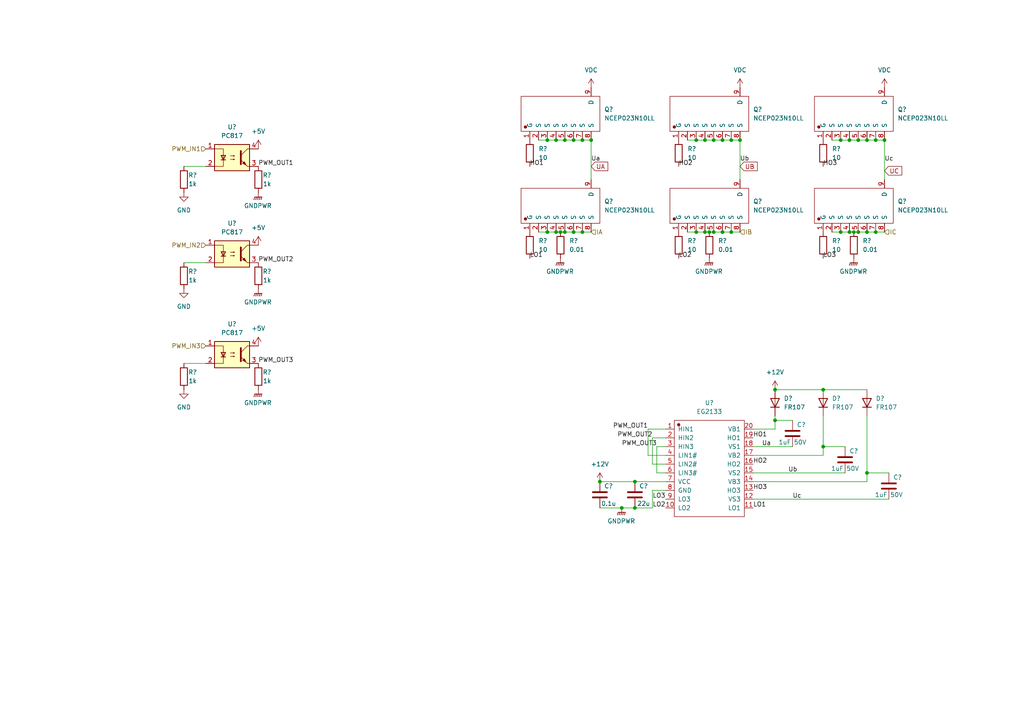
<source format=kicad_sch>
(kicad_sch (version 20230121) (generator eeschema)
  (paper "A4")
  (lib_symbols
    (symbol "Device:C" (pin_numbers hide) (pin_names (offset 0.254))
      (property "Reference" "C" (at 0.635 2.54 0))
      (property "Value" "C" (at 0.635 -2.54 0))
      (symbol "C_0_1"
        (polyline (pts (xy -2.032 -0.762) (xy 2.032 -0.762)) (stroke (width 0.508)))
        (polyline (pts (xy -2.032 0.762) (xy 2.032 0.762)) (stroke (width 0.508)))
      )
      (symbol "C_1_1"
        (pin passive line (at 0 3.81 270) (length 2.794) (name "~") (number "1"))
        (pin passive line (at 0 -3.81 90) (length 2.794) (name "~") (number "2"))
      )
    )
    (symbol "Device:D" (pin_numbers hide) (pin_names (offset 1.016) hide)
      (property "Reference" "D" (at 0 2.54 0))
      (property "Value" "D" (at 0 -2.54 0))
      (symbol "D_0_1"
        (polyline (pts (xy -1.27 1.27) (xy -1.27 -1.27)) (stroke (width 0.254)))
        (polyline (pts (xy 1.27 0) (xy -1.27 0)))
        (polyline (pts (xy 1.27 1.27) (xy 1.27 -1.27) (xy -1.27 0) (xy 1.27 1.27)) (stroke (width 0.254)))
      )
      (symbol "D_1_1"
        (pin passive line (at -3.81 0 0) (length 2.54) (name "K") (number "1"))
        (pin passive line (at 3.81 0 180) (length 2.54) (name "A") (number "2"))
      )
    )
    (symbol "Device:R" (pin_numbers hide) (pin_names (offset 0))
      (property "Reference" "R" (at 2.032 0 90))
      (property "Value" "R" (at 0 0 90))
      (symbol "R_0_1"
        (rectangle (start -1.016 -2.54) (end 1.016 2.54) (stroke (width 0.254)))
      )
      (symbol "R_1_1"
        (pin passive line (at 0 3.81 270) (length 1.27) (name "~") (number "1"))
        (pin passive line (at 0 -3.81 90) (length 1.27) (name "~") (number "2"))
      )
    )
    (symbol "Driver_FET:EG2133" (pin_names (offset 1.016))
      (property "Reference" "U" (at 0 16.5862 0))
      (property "Value" "EG2133" (at 0 21.6662 0))
      (symbol "EG2133_1_1"
        (rectangle (start -10.16 13.97) (end 10.16 -13.97) (stroke (width 0.1524)))
        (circle (center -8.89 12.7) (radius 0.381) (stroke (width 0.1524)) (fill (type outline)))
        (pin input line (at -12.7 11.43 0) (length 2.54) (name "HIN1") (number "1"))
        (pin input line (at -12.7 -11.43 0) (length 2.54) (name "LO2") (number "10"))
        (pin input line (at 12.7 -11.43 180) (length 2.54) (name "LO1") (number "11"))
        (pin input line (at 12.7 -8.89 180) (length 2.54) (name "VS3") (number "12"))
        (pin input line (at 12.7 -6.35 180) (length 2.54) (name "HO3") (number "13"))
        (pin input line (at 12.7 -3.81 180) (length 2.54) (name "VB3") (number "14"))
        (pin input line (at 12.7 -1.27 180) (length 2.54) (name "VS2") (number "15"))
        (pin input line (at 12.7 1.27 180) (length 2.54) (name "HO2") (number "16"))
        (pin input line (at 12.7 3.81 180) (length 2.54) (name "VB2") (number "17"))
        (pin input line (at 12.7 6.35 180) (length 2.54) (name "VS1") (number "18"))
        (pin input line (at 12.7 8.89 180) (length 2.54) (name "HO1") (number "19"))
        (pin input line (at -12.7 8.89 0) (length 2.54) (name "HIN2") (number "2"))
        (pin input line (at 12.7 11.43 180) (length 2.54) (name "VB1") (number "20"))
        (pin input line (at -12.7 6.35 0) (length 2.54) (name "HIN3") (number "3"))
        (pin input line (at -12.7 3.81 0) (length 2.54) (name "LIN1#") (number "4"))
        (pin input line (at -12.7 1.27 0) (length 2.54) (name "LIN2#") (number "5"))
        (pin input line (at -12.7 -1.27 0) (length 2.54) (name "LIN3#") (number "6"))
        (pin input line (at -12.7 -3.81 0) (length 2.54) (name "VCC") (number "7"))
        (pin input line (at -12.7 -6.35 0) (length 2.54) (name "GND") (number "8"))
        (pin input line (at -12.7 -8.89 0) (length 2.54) (name "LO3") (number "9"))
      )
    )
    (symbol "Isolator:PC817" (pin_names (offset 1.016))
      (property "Reference" "U" (at -5.08 5.08 0))
      (property "Value" "PC817" (at 0 5.08 0))
      (symbol "PC817_0_1"
        (rectangle (start -5.08 3.81) (end 5.08 -3.81) (stroke (width 0.254)) (fill (type background)))
        (polyline (pts (xy -3.175 -0.635) (xy -1.905 -0.635)) (stroke (width 0.254)))
        (polyline (pts (xy 2.54 0.635) (xy 4.445 2.54)))
        (polyline (pts (xy 4.445 -2.54) (xy 2.54 -0.635)) (fill (type outline)))
        (polyline (pts (xy 4.445 -2.54) (xy 5.08 -2.54)))
        (polyline (pts (xy 4.445 2.54) (xy 5.08 2.54)))
        (polyline (pts (xy -5.08 2.54) (xy -2.54 2.54) (xy -2.54 -0.635)))
        (polyline (pts (xy -2.54 -0.635) (xy -2.54 -2.54) (xy -5.08 -2.54)))
        (polyline (pts (xy 2.54 1.905) (xy 2.54 -1.905) (xy 2.54 -1.905)) (stroke (width 0.508)))
        (polyline (pts (xy -2.54 -0.635) (xy -3.175 0.635) (xy -1.905 0.635) (xy -2.54 -0.635)) (stroke (width 0.254)))
        (polyline (pts (xy -0.508 -0.508) (xy 0.762 -0.508) (xy 0.381 -0.635) (xy 0.381 -0.381) (xy 0.762 -0.508)))
        (polyline (pts (xy -0.508 0.508) (xy 0.762 0.508) (xy 0.381 0.381) (xy 0.381 0.635) (xy 0.762 0.508)))
        (polyline (pts (xy 3.048 -1.651) (xy 3.556 -1.143) (xy 4.064 -2.159) (xy 3.048 -1.651) (xy 3.048 -1.651)) (fill (type outline)))
      )
      (symbol "PC817_1_1"
        (pin passive line (at -7.62 2.54 0) (length 2.54) (name "~") (number "1"))
        (pin passive line (at -7.62 -2.54 0) (length 2.54) (name "~") (number "2"))
        (pin passive line (at 7.62 -2.54 180) (length 2.54) (name "~") (number "3"))
        (pin passive line (at 7.62 2.54 180) (length 2.54) (name "~") (number "4"))
      )
    )
    (symbol "Transistor_FET:NCEP023N10LL" (pin_names (offset 1.016))
      (property "Reference" "Q" (at 0 15.3162 0))
      (property "Value" "NCEP023N10LL" (at 0 20.3962 0))
      (symbol "NCEP023N10LL_1_1"
        (rectangle (start -3.81 12.7) (end 6.35 -10.16) (stroke (width 0.1524)))
        (circle (center -2.54 11.43) (radius 0.381) (stroke (width 0.1524)) (fill (type outline)))
        (pin input line (at -6.35 10.16 0) (length 2.54) (name "G") (number "1"))
        (pin input line (at -6.35 7.62 0) (length 2.54) (name "S") (number "2"))
        (pin input line (at -6.35 5.08 0) (length 2.54) (name "S") (number "3"))
        (pin input line (at -6.35 2.54 0) (length 2.54) (name "S") (number "4"))
        (pin input line (at -6.35 0 0) (length 2.54) (name "S") (number "5"))
        (pin input line (at -6.35 -2.54 0) (length 2.54) (name "S") (number "6"))
        (pin input line (at -6.35 -5.08 0) (length 2.54) (name "S") (number "7"))
        (pin input line (at -6.35 -7.62 0) (length 2.54) (name "S") (number "8"))
        (pin input line (at 8.89 -7.62 180) (length 2.54) (name "D") (number "9"))
      )
    )
    (symbol "power:+12V" (power) (pin_names (offset 0))
      (property "Value" "+12V" (at 0 3.556 0))
      (symbol "+12V_0_1"
        (polyline (pts (xy -0.762 1.27) (xy 0 2.54)))
        (polyline (pts (xy 0 0) (xy 0 2.54)))
        (polyline (pts (xy 0 2.54) (xy 0.762 1.27)))
      )
      (symbol "+12V_1_1"
        (pin power_in line (at 0 0 90) (length 0) hide (name "+12V") (number "1"))
      )
    )
    (symbol "power:+5V" (power) (pin_names (offset 0))
      (property "Value" "+5V" (at 0 3.556 0))
      (symbol "+5V_0_1"
        (polyline (pts (xy -0.762 1.27) (xy 0 2.54)))
        (polyline (pts (xy 0 0) (xy 0 2.54)))
        (polyline (pts (xy 0 2.54) (xy 0.762 1.27)))
      )
      (symbol "+5V_1_1"
        (pin power_in line (at 0 0 90) (length 0) hide (name "+5V") (number "1"))
      )
    )
    (symbol "power:GND" (power) (pin_names (offset 0))
      (property "Value" "GND" (at 0 -3.81 0))
      (symbol "GND_0_1"
        (polyline (pts (xy 0 0) (xy 0 -1.27) (xy 1.27 -1.27) (xy 0 -2.54) (xy -1.27 -1.27) (xy 0 -1.27)))
      )
      (symbol "GND_1_1"
        (pin power_in line (at 0 0 270) (length 0) hide (name "GND") (number "1"))
      )
    )
    (symbol "power:GNDPWR" (power) (pin_names (offset 0))
      (property "Value" "GNDPWR" (at 0 -3.302 0))
      (symbol "GNDPWR_0_1"
        (polyline (pts (xy 0 -1.27) (xy 0 0)))
        (polyline (pts (xy -1.016 -1.27) (xy -1.27 -2.032) (xy -1.27 -2.032)) (stroke (width 0.2032)))
        (polyline (pts (xy -0.508 -1.27) (xy -0.762 -2.032) (xy -0.762 -2.032)) (stroke (width 0.2032)))
        (polyline (pts (xy 0 -1.27) (xy -0.254 -2.032) (xy -0.254 -2.032)) (stroke (width 0.2032)))
        (polyline (pts (xy 0.508 -1.27) (xy 0.254 -2.032) (xy 0.254 -2.032)) (stroke (width 0.2032)))
        (polyline (pts (xy 1.016 -1.27) (xy -1.016 -1.27) (xy -1.016 -1.27)) (stroke (width 0.2032)))
        (polyline (pts (xy 1.016 -1.27) (xy 0.762 -2.032) (xy 0.762 -2.032) (xy 0.762 -2.032)) (stroke (width 0.2032)))
      )
      (symbol "GNDPWR_1_1"
        (pin power_in line (at 0 0 270) (length 0) hide (name "GNDPWR") (number "1"))
      )
    )
    (symbol "power:VDC" (power) (pin_names (offset 0))
      (property "Value" "VDC" (at 0 6.35 0))
      (symbol "VDC_0_1"
        (polyline (pts (xy -0.762 1.27) (xy 0 2.54)))
        (polyline (pts (xy 0 0) (xy 0 2.54)))
        (polyline (pts (xy 0 2.54) (xy 0.762 1.27)))
      )
      (symbol "VDC_1_1"
        (pin power_in line (at 0 0 90) (length 0) hide (name "VDC") (number "1"))
      )
    )
  )
  (junction (at 209.55 67.31))
  (junction (at 251.46 40.64))
  (junction (at 247.65 67.31))
  (junction (at 168.91 40.64))
  (junction (at 254 67.31))
  (junction (at 168.91 67.31))
  (junction (at 254 40.64))
  (junction (at 246.38 40.64))
  (junction (at 243.84 67.31))
  (junction (at 161.29 67.31))
  (junction (at 180.34 147.32))
  (junction (at 207.01 40.64))
  (junction (at 205.74 67.31))
  (junction (at 251.46 67.31))
  (junction (at 248.92 40.64))
  (junction (at 166.37 67.31))
  (junction (at 204.47 40.64))
  (junction (at 166.37 40.64))
  (junction (at 163.83 67.31))
  (junction (at 162.56 67.31))
  (junction (at 243.84 40.64))
  (junction (at 173.99 139.7))
  (junction (at 214.63 40.64))
  (junction (at 246.38 67.31))
  (junction (at 161.29 40.64))
  (junction (at 238.76 113.03))
  (junction (at 158.75 40.64))
  (junction (at 212.09 40.64))
  (junction (at 201.93 67.31))
  (junction (at 158.75 67.31))
  (junction (at 248.92 67.31))
  (junction (at 251.46 137.16))
  (junction (at 224.79 121.92))
  (junction (at 171.45 40.64))
  (junction (at 212.09 67.31))
  (junction (at 184.15 147.32))
  (junction (at 201.93 40.64))
  (junction (at 256.54 40.64))
  (junction (at 224.79 113.03))
  (junction (at 184.15 139.7))
  (junction (at 207.01 67.31))
  (junction (at 238.76 129.54))
  (junction (at 163.83 40.64))
  (junction (at 204.47 67.31))
  (junction (at 209.55 40.64))
  (wire (pts (xy 238.76 120.65) (xy 238.76 129.54)))
  (wire (pts (xy 243.84 40.64) (xy 246.38 40.64)))
  (wire (pts (xy 241.3 67.31) (xy 243.84 67.31)))
  (wire (pts (xy 251.46 137.16) (xy 251.46 139.7)))
  (wire (pts (xy 209.55 40.64) (xy 212.09 40.64)))
  (wire (pts (xy 224.79 121.92) (xy 224.79 124.46)))
  (wire (pts (xy 168.91 67.31) (xy 171.45 67.31)))
  (wire (pts (xy 184.15 139.7) (xy 193.04 139.7)))
  (wire (pts (xy 246.38 67.31) (xy 247.65 67.31)))
  (wire (pts (xy 224.79 113.03) (xy 238.76 113.03)))
  (wire (pts (xy 224.79 121.92) (xy 229.87 121.92)))
  (wire (pts (xy 243.84 67.31) (xy 246.38 67.31)))
  (wire (pts (xy 212.09 67.31) (xy 214.63 67.31)))
  (wire (pts (xy 207.01 40.64) (xy 209.55 40.64)))
  (wire (pts (xy 189.23 127) (xy 189.23 134.62)))
  (wire (pts (xy 189.23 147.32) (xy 184.15 147.32)))
  (wire (pts (xy 238.76 129.54) (xy 238.76 132.08)))
  (wire (pts (xy 158.75 40.64) (xy 161.29 40.64)))
  (wire (pts (xy 251.46 137.16) (xy 257.81 137.16)))
  (wire (pts (xy 214.63 40.64) (xy 214.63 52.07)))
  (wire (pts (xy 209.55 67.31) (xy 212.09 67.31)))
  (wire (pts (xy 156.21 40.64) (xy 158.75 40.64)))
  (wire (pts (xy 166.37 67.31) (xy 168.91 67.31)))
  (wire (pts (xy 238.76 132.08) (xy 218.44 132.08)))
  (wire (pts (xy 187.96 124.46) (xy 187.96 132.08)))
  (wire (pts (xy 251.46 120.65) (xy 251.46 137.16)))
  (wire (pts (xy 190.5 129.54) (xy 190.5 137.16)))
  (wire (pts (xy 205.74 67.31) (xy 207.01 67.31)))
  (wire (pts (xy 247.65 67.31) (xy 248.92 67.31)))
  (wire (pts (xy 161.29 67.31) (xy 162.56 67.31)))
  (wire (pts (xy 254 40.64) (xy 256.54 40.64)))
  (wire (pts (xy 224.79 124.46) (xy 218.44 124.46)))
  (wire (pts (xy 163.83 67.31) (xy 166.37 67.31)))
  (wire (pts (xy 251.46 139.7) (xy 218.44 139.7)))
  (wire (pts (xy 204.47 40.64) (xy 207.01 40.64)))
  (wire (pts (xy 224.79 120.65) (xy 224.79 121.92)))
  (wire (pts (xy 162.56 67.31) (xy 163.83 67.31)))
  (wire (pts (xy 238.76 129.54) (xy 245.11 129.54)))
  (wire (pts (xy 199.39 67.31) (xy 201.93 67.31)))
  (wire (pts (xy 248.92 67.31) (xy 251.46 67.31)))
  (wire (pts (xy 251.46 67.31) (xy 254 67.31)))
  (wire (pts (xy 53.34 76.2) (xy 59.69 76.2)))
  (wire (pts (xy 254 67.31) (xy 256.54 67.31)))
  (wire (pts (xy 187.96 132.08) (xy 193.04 132.08)))
  (wire (pts (xy 256.54 40.64) (xy 256.54 52.07)))
  (wire (pts (xy 204.47 67.31) (xy 205.74 67.31)))
  (wire (pts (xy 156.21 67.31) (xy 158.75 67.31)))
  (wire (pts (xy 193.04 129.54) (xy 190.5 129.54)))
  (wire (pts (xy 201.93 67.31) (xy 204.47 67.31)))
  (wire (pts (xy 218.44 144.78) (xy 257.81 144.78)))
  (wire (pts (xy 193.04 124.46) (xy 187.96 124.46)))
  (wire (pts (xy 161.29 40.64) (xy 163.83 40.64)))
  (wire (pts (xy 251.46 40.64) (xy 254 40.64)))
  (wire (pts (xy 173.99 147.32) (xy 180.34 147.32)))
  (wire (pts (xy 158.75 67.31) (xy 161.29 67.31)))
  (wire (pts (xy 168.91 40.64) (xy 171.45 40.64)))
  (wire (pts (xy 53.34 105.41) (xy 59.69 105.41)))
  (wire (pts (xy 180.34 147.32) (xy 184.15 147.32)))
  (wire (pts (xy 173.99 139.7) (xy 184.15 139.7)))
  (wire (pts (xy 238.76 113.03) (xy 251.46 113.03)))
  (wire (pts (xy 53.34 48.26) (xy 59.69 48.26)))
  (wire (pts (xy 193.04 142.24) (xy 189.23 142.24)))
  (wire (pts (xy 201.93 40.64) (xy 204.47 40.64)))
  (wire (pts (xy 241.3 40.64) (xy 243.84 40.64)))
  (wire (pts (xy 190.5 137.16) (xy 193.04 137.16)))
  (wire (pts (xy 212.09 40.64) (xy 214.63 40.64)))
  (wire (pts (xy 171.45 40.64) (xy 171.45 52.07)))
  (wire (pts (xy 199.39 40.64) (xy 201.93 40.64)))
  (wire (pts (xy 193.04 127) (xy 189.23 127)))
  (wire (pts (xy 189.23 134.62) (xy 193.04 134.62)))
  (wire (pts (xy 163.83 40.64) (xy 166.37 40.64)))
  (wire (pts (xy 218.44 129.54) (xy 229.87 129.54)))
  (wire (pts (xy 166.37 40.64) (xy 168.91 40.64)))
  (wire (pts (xy 245.11 137.16) (xy 218.44 137.16)))
  (wire (pts (xy 248.92 40.64) (xy 251.46 40.64)))
  (wire (pts (xy 189.23 142.24) (xy 189.23 147.32)))
  (wire (pts (xy 246.38 40.64) (xy 248.92 40.64)))
  (wire (pts (xy 207.01 67.31) (xy 209.55 67.31)))
  (label "Uc" (at 229.87 144.78 0))
  (label "HO2" (at 196.85 48.26 0))
  (label "Ua" (at 171.45 46.99 0))
  (label "LO2" (at 193.04 147.32 180))
  (label "Uc" (at 256.54 46.99 0))
  (label "LO1" (at 153.67 74.93 0))
  (label "HO3" (at 238.76 48.26 0))
  (label "LO1" (at 218.44 147.32 0))
  (label "LO3" (at 238.76 74.93 0))
  (label "PWM_OUT3" (at 74.93 105.41 0))
  (label "PWM_OUT2" (at 74.93 76.2 0))
  (label "Ua" (at 220.98 129.54 0))
  (label "Ub" (at 228.6 137.16 0))
  (label "PWM_OUT1" (at 187.96 124.46 180))
  (label "HO3" (at 218.44 142.24 0))
  (label "HO1" (at 153.67 48.26 0))
  (label "PWM_OUT1" (at 74.93 48.26 0))
  (label "LO2" (at 196.85 74.93 0))
  (label "HO2" (at 218.44 134.62 0))
  (label "LO3" (at 193.04 144.78 180))
  (label "PWM_OUT3" (at 190.5 129.54 180))
  (label "PWM_OUT2" (at 189.23 127 180))
  (label "Ub" (at 214.63 46.99 0))
  (label "HO1" (at 218.44 127 0))
  (global_label "UA" (shape input) (at 171.45 48.26 0) (property "Intersheetrefs" "${INTERSHEET_REFS}" (effects hide)))
  (global_label "UB" (shape input) (at 214.63 48.26 0) (property "Intersheetrefs" "${INTERSHEET_REFS}" (effects hide)))
  (global_label "UC" (shape input) (at 256.54 49.53 0) (property "Intersheetrefs" "${INTERSHEET_REFS}" (effects hide)))
  (hierarchical_label "PWM_IN2" (shape input) (at 59.69 71.12 180))
  (hierarchical_label "PWM_IN1" (shape input) (at 59.69 43.18 180))
  (hierarchical_label "IB" (shape input) (at 214.63 67.31 0))
  (hierarchical_label "IC" (shape input) (at 256.54 67.31 0))
  (hierarchical_label "PWM_IN3" (shape input) (at 59.69 100.33 180))
  (hierarchical_label "IA" (shape input) (at 171.45 67.31 0))
  (symbol (lib_id "power:GNDPWR") (at 74.93 55.88 0) (unit 1)
    (property "Reference" "#PWR019" (effects hide))
    (property "Value" "GNDPWR" (at 74.803 59.69 0))
    (instances (project "Inverter" (path "" (reference "#PWR019") (unit 1)) (path "" (reference "#PWR07") (unit 1))))
  )
  (symbol (lib_id "power:GNDPWR") (at 205.74 74.93 0) (unit 1)
    (property "Reference" "#PWR025" (effects hide))
    (property "Value" "GNDPWR" (at 205.613 78.74 0))
    (instances (project "Inverter" (path "" (reference "#PWR025") (unit 1)) (path "" (reference "#PWR010") (unit 1))))
  )
  (symbol (lib_id "Device:D") (at 238.76 116.84 90) (unit 1)
    (property "Reference" "D?" (at 241.3 115.57 90) (effects (justify right)))
    (property "Value" "FR107" (at 241.3 118.11 90) (effects (justify right)))
    (property "Footprint" "Diode_SMD:D_SOD-123F" (effects hide))
    (property "Sim.Device" "D" (effects hide))
    (property "Sim.Pins" "1=K 2=A" (effects hide))
    (instances (project "Inverter" (path "" (reference "D?") (unit 1)) (path "" (reference "D2") (unit 1))))
  )
  (symbol (lib_id "power:VDC") (at 256.54 25.4 0) (unit 1)
    (property "Reference" "#PWR026" (effects hide))
    (property "Value" "VDC" (at 256.54 20.32 0))
    (instances (project "Inverter" (path "" (reference "#PWR026") (unit 1)) (path "" (reference "#PWR04") (unit 1))))
  )
  (symbol (lib_id "power:GNDPWR") (at 162.56 74.93 0) (unit 1)
    (property "Reference" "#PWR023" (effects hide))
    (property "Value" "GNDPWR" (at 162.433 78.74 0))
    (instances (project "Inverter" (path "" (reference "#PWR023") (unit 1)) (path "" (reference "#PWR09") (unit 1))))
  )
  (symbol (lib_id "Isolator:PC817") (at 67.31 45.72 0) (unit 1)
    (property "Reference" "U?" (at 67.31 36.83 0))
    (property "Value" "PC817" (at 67.31 39.37 0))
    (property "Footprint" "Package_DIP:DIP-4_W7.62mm" (effects hide))
    (property "Datasheet" "http://www.soselectronic.cz/a_info/resource/d/pc817.pdf" (effects hide))
    (instances (project "Inverter" (path "" (reference "U?") (unit 1)) (path "" (reference "U1") (unit 1))))
  )
  (symbol (lib_id "Device:R") (at 153.67 71.12 0) (unit 1)
    (property "Reference" "R?" (at 156.21 69.85 0) (effects (justify left)))
    (property "Value" "10" (at 156.21 72.39 0) (effects (justify left)))
    (property "Footprint" "Resistor_SMD:R_0603_1608Metric" (effects hide))
    (instances (project "Inverter" (path "" (reference "R?") (unit 1)) (path "" (reference "R6") (unit 1))))
  )
  (symbol (lib_id "power:+5V") (at 74.93 100.33 0) (unit 1)
    (property "Reference" "#PWR018" (effects hide))
    (property "Value" "+5V" (at 74.93 95.25 0))
    (instances (project "Inverter" (path "" (reference "#PWR018") (unit 1)) (path "" (reference "#PWR014") (unit 1))))
  )
  (symbol (lib_id "Device:R") (at 247.65 71.12 0) (unit 1)
    (property "Reference" "R?" (at 250.19 69.85 0) (effects (justify left)))
    (property "Value" "0.01" (at 250.19 72.39 0) (effects (justify left)))
    (property "Footprint" "Resistor_SMD:R_2512_6332Metric" (effects hide))
    (instances (project "Inverter" (path "" (reference "R?") (unit 1)) (path "" (reference "R11") (unit 1))))
  )
  (symbol (lib_id "power:+12V") (at 224.79 113.03 0) (unit 1)
    (property "Reference" "#PWR028" (effects hide))
    (property "Value" "+12V" (at 224.79 107.95 0))
    (instances (project "Inverter" (path "" (reference "#PWR028") (unit 1)) (path "" (reference "#PWR017") (unit 1))))
  )
  (symbol (lib_id "Device:C") (at 229.87 125.73 180) (unit 1)
    (property "Reference" "C?" (at 232.41 123.19 0))
    (property "Value" "1uF 50V" (at 229.87 128.27 0))
    (property "Footprint" "Capacitor_SMD:C_1206_3216Metric" (effects hide))
    (instances (project "Inverter" (path "" (reference "C?") (unit 1)) (path "" (reference "C1") (unit 1))))
  )
  (symbol (lib_id "Isolator:PC817") (at 67.31 102.87 0) (unit 1)
    (property "Reference" "U?" (at 67.31 93.98 0))
    (property "Value" "PC817" (at 67.31 96.52 0))
    (property "Footprint" "Package_DIP:DIP-4_W7.62mm" (effects hide))
    (property "Datasheet" "http://www.soselectronic.cz/a_info/resource/d/pc817.pdf" (effects hide))
    (instances (project "Inverter" (path "" (reference "U?") (unit 1)) (path "" (reference "U3") (unit 1))))
  )
  (symbol (lib_id "power:GNDPWR") (at 247.65 74.93 0) (unit 1)
    (property "Reference" "#PWR027" (effects hide))
    (property "Value" "GNDPWR" (at 247.523 78.74 0))
    (instances (project "Inverter" (path "" (reference "#PWR027") (unit 1)) (path "" (reference "#PWR011") (unit 1))))
  )
  (symbol (lib_id "Device:R") (at 53.34 109.22 0) (unit 1)
    (property "Reference" "R?" (at 55.88 107.95 0))
    (property "Value" "1k" (at 55.88 110.49 0))
    (property "Footprint" "Resistor_SMD:R_0603_1608Metric" (effects hide))
    (instances (project "Inverter" (path "" (reference "R?") (unit 1)) (path "" (reference "R14") (unit 1))))
  )
  (symbol (lib_id "Device:C") (at 184.15 143.51 180) (unit 1)
    (property "Reference" "C?" (at 186.69 140.97 0))
    (property "Value" "22u" (at 186.69 146.05 0))
    (property "Footprint" "Capacitor_SMD:C_1206_3216Metric" (effects hide))
    (instances (project "Inverter" (path "" (reference "C?") (unit 1)) (path "" (reference "C5") (unit 1))))
  )
  (symbol (lib_id "power:GNDPWR") (at 180.34 147.32 0) (unit 1)
    (property "Reference" "#PWR06" (effects hide))
    (property "Value" "GNDPWR" (at 180.213 151.13 0))
    (instances (project "Inverter" (path "" (reference "#PWR06") (unit 1)) (path "" (reference "#PWR019") (unit 1))))
  )
  (symbol (lib_id "Device:R") (at 53.34 80.01 0) (unit 1)
    (property "Reference" "R?" (at 55.88 78.74 0))
    (property "Value" "1k" (at 55.88 81.28 0))
    (property "Footprint" "Resistor_SMD:R_0603_1608Metric" (effects hide))
    (instances (project "Inverter" (path "" (reference "R?") (unit 1)) (path "" (reference "R12") (unit 1))))
  )
  (symbol (lib_id "Device:R") (at 238.76 44.45 0) (unit 1)
    (property "Reference" "R?" (at 241.3 43.18 0) (effects (justify left)))
    (property "Value" "10" (at 241.3 45.72 0) (effects (justify left)))
    (property "Footprint" "Resistor_SMD:R_0603_1608Metric" (effects hide))
    (instances (project "Inverter" (path "" (reference "R?") (unit 1)) (path "" (reference "R3") (unit 1))))
  )
  (symbol (lib_id "Device:R") (at 74.93 109.22 0) (unit 1)
    (property "Reference" "R?" (at 77.47 107.95 0))
    (property "Value" "1k" (at 77.47 110.49 0))
    (property "Footprint" "Resistor_SMD:R_0603_1608Metric" (effects hide))
    (instances (project "Inverter" (path "" (reference "R?") (unit 1)) (path "" (reference "R15") (unit 1))))
  )
  (symbol (lib_id "power:GND") (at 53.34 83.82 0) (unit 1)
    (property "Reference" "#PWR014" (effects hide))
    (property "Value" "GND" (at 53.34 88.9 0))
    (instances (project "Inverter" (path "" (reference "#PWR014") (unit 1)) (path "" (reference "#PWR012") (unit 1))))
  )
  (symbol (lib_id "Device:C") (at 257.81 140.97 180) (unit 1)
    (property "Reference" "C?" (at 260.35 138.43 0))
    (property "Value" "1uF 50V" (at 257.81 143.51 0))
    (property "Footprint" "Capacitor_SMD:C_1206_3216Metric" (effects hide))
    (instances (project "Inverter" (path "" (reference "C?") (unit 1)) (path "" (reference "C3") (unit 1))))
  )
  (symbol (lib_id "Driver_FET:EG2133") (at 205.74 135.89 0) (unit 1)
    (property "Reference" "U?" (at 205.74 116.84 0))
    (property "Value" "EG2133" (at 205.74 119.38 0))
    (property "Footprint" "Package_SO:TSSOP-20_4.4x6.5mm_P0.65mm" (effects hide))
    (property "Datasheet" "http://www.szlcsc.com/product/details_210302.html" (effects hide))
    (property "SuppliersPartNumber" "C190343" (effects hide))
    (property "uuid" "std:82a7a7bdfd1b4a9494bc5f3b5bda1d75" (effects hide))
    (instances (project "Inverter" (path "" (reference "U?") (unit 1)) (path "" (reference "U4") (unit 1))))
  )
  (symbol (lib_id "Device:R") (at 53.34 52.07 0) (unit 1)
    (property "Reference" "R?" (at 55.88 50.8 0))
    (property "Value" "1k" (at 55.88 53.34 0))
    (property "Footprint" "Resistor_SMD:R_0603_1608Metric" (effects hide))
    (instances (project "Inverter" (path "" (reference "R?") (unit 1)) (path "" (reference "R4") (unit 1))))
  )
  (symbol (lib_id "power:+5V") (at 74.93 43.18 0) (unit 1)
    (property "Reference" "#PWR016" (effects hide))
    (property "Value" "+5V" (at 74.93 38.1 0))
    (instances (project "Inverter" (path "" (reference "#PWR016") (unit 1)) (path "" (reference "#PWR05") (unit 1))))
  )
  (symbol (lib_id "power:VDC") (at 171.45 25.4 0) (unit 1)
    (property "Reference" "#PWR022" (effects hide))
    (property "Value" "VDC" (at 171.45 20.32 0))
    (instances (project "Inverter" (path "" (reference "#PWR022") (unit 1)) (path "" (reference "#PWR02") (unit 1))))
  )
  (symbol (lib_id "Isolator:PC817") (at 67.31 73.66 0) (unit 1)
    (property "Reference" "U?" (at 67.31 64.77 0))
    (property "Value" "PC817" (at 67.31 67.31 0))
    (property "Footprint" "Package_DIP:DIP-4_W7.62mm" (effects hide))
    (property "Datasheet" "http://www.soselectronic.cz/a_info/resource/d/pc817.pdf" (effects hide))
    (instances (project "Inverter" (path "" (reference "U?") (unit 1)) (path "" (reference "U2") (unit 1))))
  )
  (symbol (lib_id "Transistor_FET:NCEP023N10LL") (at 207.01 60.96 90) (unit 1)
    (property "Reference" "Q?" (at 218.44 58.42 90) (effects (justify right)))
    (property "Value" "NCEP023N10LL" (at 218.44 60.96 90) (effects (justify right)))
    (property "Footprint" "Package_TO_SOT_SMD:PG-HSOF-8-1_L10.4-W9.9-P1.2-LS11.7-TL" (effects hide))
    (property "SuppliersPartNumber" "C2686686" (effects hide))
    (property "uuid" "std:2d1b0c623ed84394ab7cd4b78423c463" (effects hide))
    (instances (project "Inverter" (path "" (reference "Q?") (unit 1)) (path "" (reference "Q5") (unit 1))))
  )
  (symbol (lib_id "power:VDC") (at 214.63 25.4 0) (unit 1)
    (property "Reference" "#PWR024" (effects hide))
    (property "Value" "VDC" (at 214.63 20.32 0))
    (instances (project "Inverter" (path "" (reference "#PWR024") (unit 1)) (path "" (reference "#PWR03") (unit 1))))
  )
  (symbol (lib_id "Device:D") (at 251.46 116.84 90) (unit 1)
    (property "Reference" "D?" (at 254 115.57 90) (effects (justify right)))
    (property "Value" "FR107" (at 254 118.11 90) (effects (justify right)))
    (property "Footprint" "Diode_SMD:D_SOD-123F" (effects hide))
    (property "Sim.Device" "D" (effects hide))
    (property "Sim.Pins" "1=K 2=A" (effects hide))
    (instances (project "Inverter" (path "" (reference "D?") (unit 1)) (path "" (reference "D3") (unit 1))))
  )
  (symbol (lib_id "Transistor_FET:NCEP023N10LL") (at 248.92 60.96 90) (unit 1)
    (property "Reference" "Q?" (at 260.35 58.42 90) (effects (justify right)))
    (property "Value" "NCEP023N10LL" (at 260.35 60.96 90) (effects (justify right)))
    (property "Footprint" "Package_TO_SOT_SMD:PG-HSOF-8-1_L10.4-W9.9-P1.2-LS11.7-TL" (effects hide))
    (property "SuppliersPartNumber" "C2686686" (effects hide))
    (property "uuid" "std:2d1b0c623ed84394ab7cd4b78423c463" (effects hide))
    (instances (project "Inverter" (path "" (reference "Q?") (unit 1)) (path "" (reference "Q6") (unit 1))))
  )
  (symbol (lib_id "Device:C") (at 173.99 143.51 180) (unit 1)
    (property "Reference" "C?" (at 176.53 140.97 0))
    (property "Value" "0.1u" (at 176.53 146.05 0))
    (property "Footprint" "Capacitor_SMD:C_1206_3216Metric" (effects hide))
    (instances (project "Inverter" (path "" (reference "C?") (unit 1)) (path "" (reference "C4") (unit 1))))
  )
  (symbol (lib_id "Device:R") (at 153.67 44.45 0) (unit 1)
    (property "Reference" "R?" (at 156.21 43.18 0) (effects (justify left)))
    (property "Value" "10" (at 156.21 45.72 0) (effects (justify left)))
    (property "Footprint" "Resistor_SMD:R_0603_1608Metric" (effects hide))
    (instances (project "Inverter" (path "" (reference "R?") (unit 1)) (path "" (reference "R1") (unit 1))))
  )
  (symbol (lib_id "Transistor_FET:NCEP023N10LL") (at 207.01 34.29 90) (unit 1)
    (property "Reference" "Q?" (at 218.44 31.75 90) (effects (justify right)))
    (property "Value" "NCEP023N10LL" (at 218.44 34.29 90) (effects (justify right)))
    (property "Footprint" "Package_TO_SOT_SMD:PG-HSOF-8-1_L10.4-W9.9-P1.2-LS11.7-TL" (effects hide))
    (property "SuppliersPartNumber" "C2686686" (effects hide))
    (property "uuid" "std:2d1b0c623ed84394ab7cd4b78423c463" (effects hide))
    (instances (project "Inverter" (path "" (reference "Q?") (unit 1)) (path "" (reference "Q2") (unit 1))))
  )
  (symbol (lib_id "Device:R") (at 196.85 71.12 0) (unit 1)
    (property "Reference" "R?" (at 199.39 69.85 0) (effects (justify left)))
    (property "Value" "10" (at 199.39 72.39 0) (effects (justify left)))
    (property "Footprint" "Resistor_SMD:R_0603_1608Metric" (effects hide))
    (instances (project "Inverter" (path "" (reference "R?") (unit 1)) (path "" (reference "R8") (unit 1))))
  )
  (symbol (lib_id "power:GND") (at 53.34 55.88 0) (unit 1)
    (property "Reference" "#PWR012" (effects hide))
    (property "Value" "GND" (at 53.34 60.96 0))
    (instances (project "Inverter" (path "" (reference "#PWR012") (unit 1)) (path "" (reference "#PWR06") (unit 1))))
  )
  (symbol (lib_id "Device:R") (at 74.93 52.07 0) (unit 1)
    (property "Reference" "R?" (at 77.47 50.8 0))
    (property "Value" "1k" (at 77.47 53.34 0))
    (property "Footprint" "Resistor_SMD:R_0603_1608Metric" (effects hide))
    (instances (project "Inverter" (path "" (reference "R?") (unit 1)) (path "" (reference "R5") (unit 1))))
  )
  (symbol (lib_id "power:+5V") (at 74.93 71.12 0) (unit 1)
    (property "Reference" "#PWR017" (effects hide))
    (property "Value" "+5V" (at 74.93 66.04 0))
    (instances (project "Inverter" (path "" (reference "#PWR017") (unit 1)) (path "" (reference "#PWR08") (unit 1))))
  )
  (symbol (lib_id "Device:R") (at 162.56 71.12 0) (unit 1)
    (property "Reference" "R?" (at 165.1 69.85 0) (effects (justify left)))
    (property "Value" "0.01" (at 165.1 72.39 0) (effects (justify left)))
    (property "Footprint" "Resistor_SMD:R_2512_6332Metric" (effects hide))
    (instances (project "Inverter" (path "" (reference "R?") (unit 1)) (path "" (reference "R7") (unit 1))))
  )
  (symbol (lib_id "power:GND") (at 53.34 113.03 0) (unit 1)
    (property "Reference" "#PWR015" (effects hide))
    (property "Value" "GND" (at 53.34 118.11 0))
  )
  (symbol (lib_id "Transistor_FET:NCEP023N10LL") (at 248.92 34.29 90) (unit 1)
    (property "Reference" "Q?" (at 260.35 31.75 90) (effects (justify right)))
    (property "Value" "NCEP023N10LL" (at 260.35 34.29 90) (effects (justify right)))
    (property "Footprint" "Package_TO_SOT_SMD:PG-HSOF-8-1_L10.4-W9.9-P1.2-LS11.7-TL" (effects hide))
    (property "SuppliersPartNumber" "C2686686" (effects hide))
    (property "uuid" "std:2d1b0c623ed84394ab7cd4b78423c463" (effects hide))
    (instances (project "Inverter" (path "" (reference "Q?") (unit 1)) (path "" (reference "Q3") (unit 1))))
  )
  (symbol (lib_id "Transistor_FET:NCEP023N10LL") (at 163.83 60.96 90) (unit 1)
    (property "Reference" "Q?" (at 175.26 58.42 90) (effects (justify right)))
    (property "Value" "NCEP023N10LL" (at 175.26 60.96 90) (effects (justify right)))
    (property "Footprint" "Package_TO_SOT_SMD:PG-HSOF-8-1_L10.4-W9.9-P1.2-LS11.7-TL" (effects hide))
    (property "SuppliersPartNumber" "C2686686" (effects hide))
    (property "uuid" "std:2d1b0c623ed84394ab7cd4b78423c463" (effects hide))
    (instances (project "Inverter" (path "" (reference "Q?") (unit 1)) (path "" (reference "Q4") (unit 1))))
  )
  (symbol (lib_id "Device:R") (at 238.76 71.12 0) (unit 1)
    (property "Reference" "R?" (at 241.3 69.85 0) (effects (justify left)))
    (property "Value" "10" (at 241.3 72.39 0) (effects (justify left)))
    (property "Footprint" "Resistor_SMD:R_0603_1608Metric" (effects hide))
    (instances (project "Inverter" (path "" (reference "R?") (unit 1)) (path "" (reference "R10") (unit 1))))
  )
  (symbol (lib_id "power:GNDPWR") (at 74.93 83.82 0) (unit 1)
    (property "Reference" "#PWR020" (effects hide))
    (property "Value" "GNDPWR" (at 74.803 87.63 0))
    (instances (project "Inverter" (path "" (reference "#PWR020") (unit 1)) (path "" (reference "#PWR013") (unit 1))))
  )
  (symbol (lib_id "Transistor_FET:NCEP023N10LL") (at 163.83 34.29 90) (unit 1)
    (property "Reference" "Q?" (at 175.26 31.75 90) (effects (justify right)))
    (property "Value" "NCEP023N10LL" (at 175.26 34.29 90) (effects (justify right)))
    (property "Footprint" "Package_TO_SOT_SMD:PG-HSOF-8-1_L10.4-W9.9-P1.2-LS11.7-TL" (effects hide))
    (property "SuppliersPartNumber" "C2686686" (effects hide))
    (property "uuid" "std:2d1b0c623ed84394ab7cd4b78423c463" (effects hide))
    (instances (project "Inverter" (path "" (reference "Q?") (unit 1)) (path "" (reference "Q1") (unit 1))))
  )
  (symbol (lib_id "Device:R") (at 205.74 71.12 0) (unit 1)
    (property "Reference" "R?" (at 208.28 69.85 0) (effects (justify left)))
    (property "Value" "0.01" (at 208.28 72.39 0) (effects (justify left)))
    (property "Footprint" "Resistor_SMD:R_2512_6332Metric" (effects hide))
    (instances (project "Inverter" (path "" (reference "R?") (unit 1)) (path "" (reference "R9") (unit 1))))
  )
  (symbol (lib_id "Device:C") (at 245.11 133.35 180) (unit 1)
    (property "Reference" "C?" (at 247.65 130.81 0))
    (property "Value" "1uF 50V" (at 245.11 135.89 0))
    (property "Footprint" "Capacitor_SMD:C_1206_3216Metric" (effects hide))
    (instances (project "Inverter" (path "" (reference "C?") (unit 1)) (path "" (reference "C2") (unit 1))))
  )
  (symbol (lib_id "Device:D") (at 224.79 116.84 90) (unit 1)
    (property "Reference" "D?" (at 227.33 115.57 90) (effects (justify right)))
    (property "Value" "FR107" (at 227.33 118.11 90) (effects (justify right)))
    (property "Footprint" "Diode_SMD:D_SOD-123F" (effects hide))
    (property "Sim.Device" "D" (effects hide))
    (property "Sim.Pins" "1=K 2=A" (effects hide))
    (instances (project "Inverter" (path "" (reference "D?") (unit 1)) (path "" (reference "D1") (unit 1))))
  )
  (symbol (lib_id "power:GNDPWR") (at 74.93 113.03 0) (unit 1)
    (property "Reference" "#PWR021" (effects hide))
    (property "Value" "GNDPWR" (at 74.803 116.84 0))
    (instances (project "Inverter" (path "" (reference "#PWR021") (unit 1)) (path "" (reference "#PWR016") (unit 1))))
  )
  (symbol (lib_id "Device:R") (at 74.93 80.01 0) (unit 1)
    (property "Reference" "R?" (at 77.47 78.74 0))
    (property "Value" "1k" (at 77.47 81.28 0))
    (property "Footprint" "Resistor_SMD:R_0603_1608Metric" (effects hide))
    (instances (project "Inverter" (path "" (reference "R?") (unit 1)) (path "" (reference "R13") (unit 1))))
  )
  (symbol (lib_id "Device:R") (at 196.85 44.45 0) (unit 1)
    (property "Reference" "R?" (at 199.39 43.18 0) (effects (justify left)))
    (property "Value" "10" (at 199.39 45.72 0) (effects (justify left)))
    (property "Footprint" "Resistor_SMD:R_0603_1608Metric" (effects hide))
    (instances (project "Inverter" (path "" (reference "R?") (unit 1)) (path "" (reference "R2") (unit 1))))
  )
  (symbol (lib_id "power:+12V") (at 173.99 139.7 0) (unit 1)
    (property "Reference" "#PWR011" (effects hide))
    (property "Value" "+12V" (at 173.99 134.62 0))
    (instances (project "Inverter" (path "" (reference "#PWR011") (unit 1)) (path "" (reference "#PWR018") (unit 1))))
  )
)
</source>
